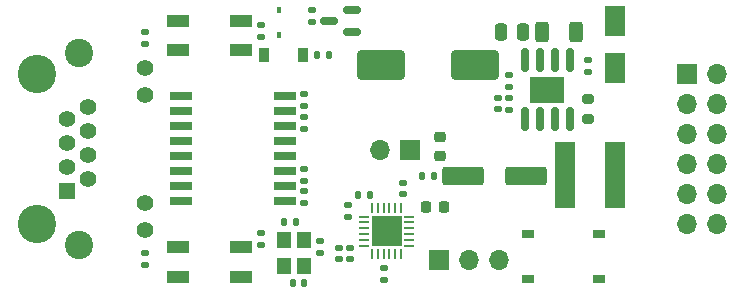
<source format=gts>
G04 #@! TF.GenerationSoftware,KiCad,Pcbnew,(6.0.8)*
G04 #@! TF.CreationDate,2022-10-23T18:16:56+02:00*
G04 #@! TF.ProjectId,ethernet-pmod,65746865-726e-4657-942d-706d6f642e6b,rev?*
G04 #@! TF.SameCoordinates,Original*
G04 #@! TF.FileFunction,Soldermask,Top*
G04 #@! TF.FilePolarity,Negative*
%FSLAX46Y46*%
G04 Gerber Fmt 4.6, Leading zero omitted, Abs format (unit mm)*
G04 Created by KiCad (PCBNEW (6.0.8)) date 2022-10-23 18:16:56*
%MOMM*%
%LPD*%
G01*
G04 APERTURE LIST*
G04 Aperture macros list*
%AMRoundRect*
0 Rectangle with rounded corners*
0 $1 Rounding radius*
0 $2 $3 $4 $5 $6 $7 $8 $9 X,Y pos of 4 corners*
0 Add a 4 corners polygon primitive as box body*
4,1,4,$2,$3,$4,$5,$6,$7,$8,$9,$2,$3,0*
0 Add four circle primitives for the rounded corners*
1,1,$1+$1,$2,$3*
1,1,$1+$1,$4,$5*
1,1,$1+$1,$6,$7*
1,1,$1+$1,$8,$9*
0 Add four rect primitives between the rounded corners*
20,1,$1+$1,$2,$3,$4,$5,0*
20,1,$1+$1,$4,$5,$6,$7,0*
20,1,$1+$1,$6,$7,$8,$9,0*
20,1,$1+$1,$8,$9,$2,$3,0*%
G04 Aperture macros list end*
%ADD10RoundRect,0.140000X-0.140000X-0.170000X0.140000X-0.170000X0.140000X0.170000X-0.140000X0.170000X0*%
%ADD11RoundRect,0.140000X0.170000X-0.140000X0.170000X0.140000X-0.170000X0.140000X-0.170000X-0.140000X0*%
%ADD12RoundRect,0.200000X0.275000X-0.200000X0.275000X0.200000X-0.275000X0.200000X-0.275000X-0.200000X0*%
%ADD13RoundRect,0.135000X-0.185000X0.135000X-0.185000X-0.135000X0.185000X-0.135000X0.185000X0.135000X0*%
%ADD14R,1.700000X1.700000*%
%ADD15O,1.700000X1.700000*%
%ADD16RoundRect,0.140000X0.140000X0.170000X-0.140000X0.170000X-0.140000X-0.170000X0.140000X-0.170000X0*%
%ADD17RoundRect,0.150000X0.587500X0.150000X-0.587500X0.150000X-0.587500X-0.150000X0.587500X-0.150000X0*%
%ADD18RoundRect,0.250000X-1.750000X-1.000000X1.750000X-1.000000X1.750000X1.000000X-1.750000X1.000000X0*%
%ADD19RoundRect,0.250000X1.500000X0.550000X-1.500000X0.550000X-1.500000X-0.550000X1.500000X-0.550000X0*%
%ADD20RoundRect,0.135000X0.135000X0.185000X-0.135000X0.185000X-0.135000X-0.185000X0.135000X-0.185000X0*%
%ADD21R,1.800000X2.500000*%
%ADD22RoundRect,0.218750X0.218750X0.256250X-0.218750X0.256250X-0.218750X-0.256250X0.218750X-0.256250X0*%
%ADD23RoundRect,0.135000X0.185000X-0.135000X0.185000X0.135000X-0.185000X0.135000X-0.185000X-0.135000X0*%
%ADD24RoundRect,0.140000X-0.170000X0.140000X-0.170000X-0.140000X0.170000X-0.140000X0.170000X0.140000X0*%
%ADD25RoundRect,0.218750X0.256250X-0.218750X0.256250X0.218750X-0.256250X0.218750X-0.256250X-0.218750X0*%
%ADD26R,1.875000X1.050000*%
%ADD27R,1.800000X5.700000*%
%ADD28R,1.905000X0.635000*%
%ADD29RoundRect,0.250000X-0.312500X-0.625000X0.312500X-0.625000X0.312500X0.625000X-0.312500X0.625000X0*%
%ADD30R,1.000000X0.750000*%
%ADD31R,0.900000X1.200000*%
%ADD32RoundRect,0.150000X-0.150000X0.825000X-0.150000X-0.825000X0.150000X-0.825000X0.150000X0.825000X0*%
%ADD33R,3.000000X2.290000*%
%ADD34RoundRect,0.062500X-0.350000X-0.062500X0.350000X-0.062500X0.350000X0.062500X-0.350000X0.062500X0*%
%ADD35RoundRect,0.062500X-0.062500X-0.350000X0.062500X-0.350000X0.062500X0.350000X-0.062500X0.350000X0*%
%ADD36R,2.600000X2.600000*%
%ADD37R,0.450000X0.600000*%
%ADD38C,3.250000*%
%ADD39RoundRect,0.217000X-0.483000X0.483000X-0.483000X-0.483000X0.483000X-0.483000X0.483000X0.483000X0*%
%ADD40C,1.400000*%
%ADD41C,2.400000*%
%ADD42RoundRect,0.135000X-0.135000X-0.185000X0.135000X-0.185000X0.135000X0.185000X-0.135000X0.185000X0*%
%ADD43RoundRect,0.250000X0.250000X0.475000X-0.250000X0.475000X-0.250000X-0.475000X0.250000X-0.475000X0*%
%ADD44R,1.200000X1.400000*%
G04 APERTURE END LIST*
D10*
X141850000Y-106200000D03*
X142810000Y-106200000D03*
D11*
X159900000Y-96650000D03*
X159900000Y-95690000D03*
D12*
X167550000Y-97475000D03*
X167550000Y-95825000D03*
D13*
X143500000Y-103590000D03*
X143500000Y-104610000D03*
D14*
X154900000Y-109400000D03*
D15*
X157440000Y-109400000D03*
X159980000Y-109400000D03*
D16*
X143550000Y-111400000D03*
X142590000Y-111400000D03*
D17*
X147537500Y-90150000D03*
X147537500Y-88250000D03*
X145662500Y-89200000D03*
D18*
X150000000Y-92900000D03*
X158000000Y-92900000D03*
D14*
X152450000Y-100125000D03*
D15*
X149910000Y-100125000D03*
D11*
X147200000Y-105750000D03*
X147200000Y-104790000D03*
D19*
X162350000Y-102350000D03*
X156950000Y-102350000D03*
D20*
X149105000Y-103900000D03*
X148085000Y-103900000D03*
D21*
X169850000Y-93200000D03*
X169850000Y-89200000D03*
D22*
X155387500Y-104900000D03*
X153812500Y-104900000D03*
D13*
X130030000Y-90110000D03*
X130030000Y-91130000D03*
D23*
X143500000Y-102710000D03*
X143500000Y-101690000D03*
D24*
X139900000Y-107170000D03*
X139900000Y-108130000D03*
D14*
X175920000Y-93650000D03*
D15*
X178460000Y-93650000D03*
X175920000Y-96190000D03*
X178460000Y-96190000D03*
X175920000Y-98730000D03*
X178460000Y-98730000D03*
X175920000Y-101270000D03*
X178460000Y-101270000D03*
X175920000Y-103810000D03*
X178460000Y-103810000D03*
X175920000Y-106350000D03*
X178460000Y-106350000D03*
D23*
X143500000Y-96410000D03*
X143500000Y-95390000D03*
D25*
X155000000Y-100587500D03*
X155000000Y-99012500D03*
D26*
X138162500Y-110850000D03*
X132837500Y-110850000D03*
X138162500Y-108350000D03*
X132837500Y-108350000D03*
D23*
X144900000Y-108800000D03*
X144900000Y-107780000D03*
D27*
X169850000Y-102250000D03*
X165650000Y-102250000D03*
D11*
X151900000Y-103880000D03*
X151900000Y-102920000D03*
D28*
X141881500Y-104445000D03*
X141881500Y-103175000D03*
X141881500Y-101905000D03*
X141881500Y-100635000D03*
X141881500Y-99365000D03*
X141881500Y-98095000D03*
X141881500Y-96825000D03*
X141881500Y-95555000D03*
X133118500Y-95555000D03*
X133118500Y-96825000D03*
X133118500Y-98095000D03*
X133118500Y-99365000D03*
X133118500Y-100635000D03*
X133118500Y-101905000D03*
X133118500Y-103175000D03*
X133118500Y-104445000D03*
D23*
X130030000Y-109890000D03*
X130030000Y-108870000D03*
D11*
X167550000Y-93485000D03*
X167550000Y-92525000D03*
D23*
X160900000Y-94810000D03*
X160900000Y-93790000D03*
D29*
X163637500Y-90100000D03*
X166562500Y-90100000D03*
D24*
X147430000Y-108405000D03*
X147430000Y-109365000D03*
D30*
X168500000Y-111000000D03*
X162500000Y-111000000D03*
X162500000Y-107250000D03*
X168500000Y-107250000D03*
D23*
X139900000Y-90510000D03*
X139900000Y-89490000D03*
D24*
X150250000Y-110130000D03*
X150250000Y-111090000D03*
D31*
X140150000Y-92100000D03*
X143450000Y-92100000D03*
D32*
X166005000Y-92525000D03*
X164735000Y-92525000D03*
X163465000Y-92525000D03*
X162195000Y-92525000D03*
X162195000Y-97475000D03*
X163465000Y-97475000D03*
X164735000Y-97475000D03*
X166005000Y-97475000D03*
D33*
X164100000Y-95000000D03*
D34*
X148562500Y-105750000D03*
X148562500Y-106250000D03*
X148562500Y-106750000D03*
X148562500Y-107250000D03*
X148562500Y-107750000D03*
X148562500Y-108250000D03*
D35*
X149250000Y-108937500D03*
X149750000Y-108937500D03*
X150250000Y-108937500D03*
X150750000Y-108937500D03*
X151250000Y-108937500D03*
X151750000Y-108937500D03*
D34*
X152437500Y-108250000D03*
X152437500Y-107750000D03*
X152437500Y-107250000D03*
X152437500Y-106750000D03*
X152437500Y-106250000D03*
X152437500Y-105750000D03*
D35*
X151750000Y-105062500D03*
X151250000Y-105062500D03*
X150750000Y-105062500D03*
X150250000Y-105062500D03*
X149750000Y-105062500D03*
X149250000Y-105062500D03*
D36*
X150500000Y-107000000D03*
D23*
X144200000Y-89270000D03*
X144200000Y-88250000D03*
D37*
X141400000Y-90350000D03*
X141400000Y-88250000D03*
D38*
X120900000Y-93650000D03*
X120900000Y-106350000D03*
D39*
X123440000Y-103570000D03*
D40*
X125220000Y-102550000D03*
X123440000Y-101530000D03*
X125220000Y-100510000D03*
X123440000Y-99490000D03*
X125220000Y-98470000D03*
X123440000Y-97450000D03*
X125220000Y-96430000D03*
X130030000Y-106860000D03*
X130030000Y-104570000D03*
X130030000Y-95430000D03*
X130030000Y-93140000D03*
D41*
X124460000Y-91870000D03*
X124460000Y-108130000D03*
D23*
X160900000Y-96710000D03*
X160900000Y-95690000D03*
D26*
X138162500Y-91650000D03*
X132837500Y-91650000D03*
X138162500Y-89150000D03*
X132837500Y-89150000D03*
D42*
X144590000Y-92100000D03*
X145610000Y-92100000D03*
D24*
X146480000Y-108405000D03*
X146480000Y-109365000D03*
D42*
X153490000Y-102350000D03*
X154510000Y-102350000D03*
D43*
X162050000Y-90100000D03*
X160150000Y-90100000D03*
D44*
X141850000Y-107700000D03*
X141850000Y-109900000D03*
X143550000Y-109900000D03*
X143550000Y-107700000D03*
D13*
X143500000Y-97290000D03*
X143500000Y-98310000D03*
M02*

</source>
